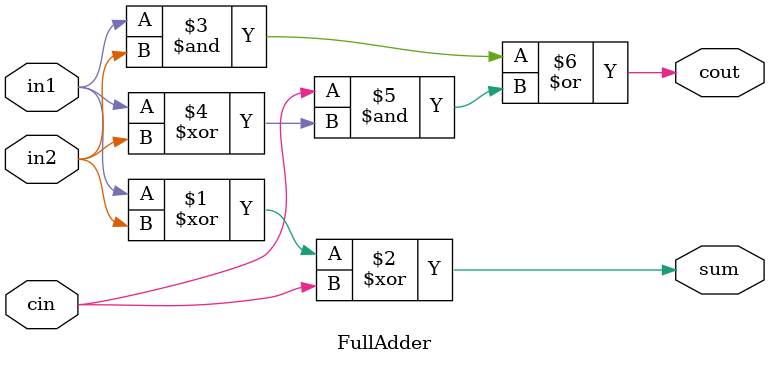
<source format=v>
module carrysave_4is2 (
input [4:0] in,
output c0,
output c1,
output sum
);
wire connection;
FullAdder FA0 (in[0],in[1],in[2],connection,c0);
FullAdder FA1 (connection,in[4],in[3],sum,c1);
endmodule

module FullAdder(
input in1,
input in2,
input cin,
output sum,
output cout
);
assign sum = (in1 ^ in2) ^ cin;
assign cout = (in1 & in2) | (cin & (in1 ^ in2));
endmodule

</source>
